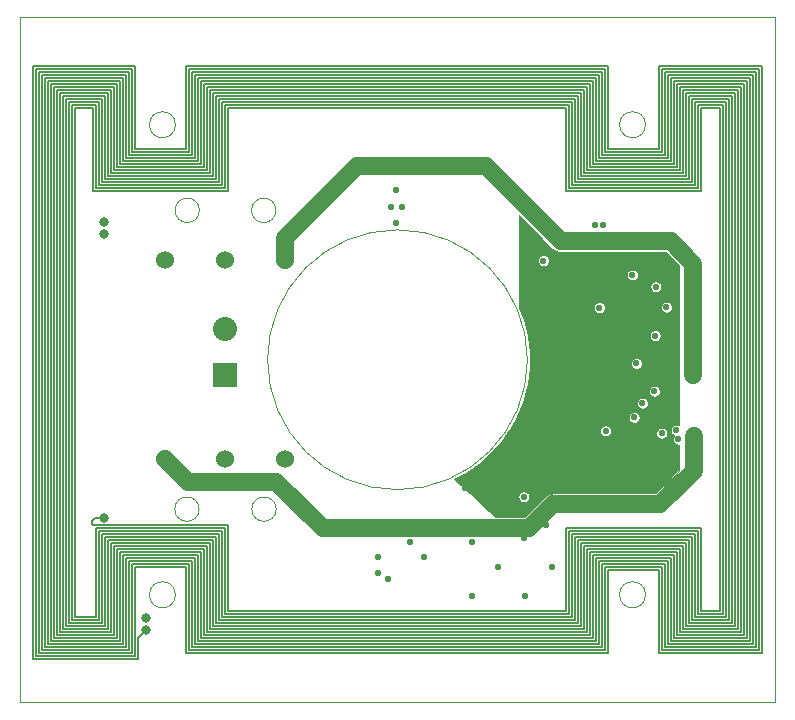
<source format=gbr>
%TF.GenerationSoftware,KiCad,Pcbnew,(5.1.4)-1*%
%TF.CreationDate,2019-10-25T20:54:23-07:00*%
%TF.ProjectId,solarpcd,736f6c61-7270-4636-942e-6b696361645f,rev?*%
%TF.SameCoordinates,Original*%
%TF.FileFunction,Copper,L4,Inr*%
%TF.FilePolarity,Positive*%
%FSLAX46Y46*%
G04 Gerber Fmt 4.6, Leading zero omitted, Abs format (unit mm)*
G04 Created by KiCad (PCBNEW (5.1.4)-1) date 2019-10-25 20:54:23*
%MOMM*%
%LPD*%
G04 APERTURE LIST*
%ADD10C,0.050000*%
%ADD11C,0.120000*%
%ADD12C,0.100000*%
%ADD13C,1.524000*%
%ADD14C,2.032000*%
%ADD15R,2.032000X2.032000*%
%ADD16C,0.584200*%
%ADD17C,0.800000*%
%ADD18C,1.524000*%
%ADD19C,0.127000*%
%ADD20C,0.088900*%
G04 APERTURE END LIST*
D10*
X156000000Y-99000000D02*
G75*
G03X156000000Y-99000000I-11000000J0D01*
G01*
X134727563Y-111650000D02*
G75*
G03X134727563Y-111650000I-1029563J0D01*
G01*
X128202563Y-111650000D02*
G75*
G03X128202563Y-111650000I-1029563J0D01*
G01*
X134704563Y-86350000D02*
G75*
G03X134704563Y-86350000I-1029563J0D01*
G01*
X128229563Y-86350000D02*
G75*
G03X128229563Y-86350000I-1029563J0D01*
G01*
X166000000Y-79100000D02*
G75*
G03X166000000Y-79100000I-1100000J0D01*
G01*
X126200000Y-79100000D02*
G75*
G03X126200000Y-79100000I-1100000J0D01*
G01*
X166000000Y-118900000D02*
G75*
G03X166000000Y-118900000I-1100000J0D01*
G01*
D11*
X126200000Y-118900000D02*
G75*
G03X126200000Y-118900000I-1100000J0D01*
G01*
D12*
X177000000Y-70000000D02*
X113000000Y-70000000D01*
X113000000Y-128000000D02*
X177000000Y-128000000D01*
X177000000Y-128000000D02*
X177000000Y-70000000D01*
X113000000Y-70000000D02*
X113000000Y-128000000D01*
D13*
X135509000Y-107442000D03*
X130429000Y-107442000D03*
X125349000Y-107442000D03*
X125349000Y-90551000D03*
X130429000Y-90551000D03*
X135509000Y-90551000D03*
D14*
X130429000Y-96398200D03*
D15*
X130429000Y-100253800D03*
D16*
X164934900Y-94604840D03*
X165541960Y-95211900D03*
X163512500Y-97091500D03*
X164272744Y-95204260D03*
X165517344Y-93934260D03*
X164272744Y-93934260D03*
X163507307Y-91983012D03*
X143383006Y-117094000D03*
X146018250Y-114458750D03*
X155796000Y-118966000D03*
X151296000Y-119038000D03*
X151296000Y-114466000D03*
X153543000Y-116586000D03*
X158115000Y-116586000D03*
X155702000Y-114109500D03*
X157543500Y-113030000D03*
X153860500Y-112966500D03*
X160274000Y-109855000D03*
X150749000Y-109855000D03*
X165227000Y-99314000D03*
X166878000Y-92837000D03*
X162623500Y-105029000D03*
X167376209Y-105218610D03*
X143383000Y-115697000D03*
X162088344Y-94594660D03*
X166751000Y-101663500D03*
X168592498Y-104965500D03*
X144208500Y-117601994D03*
X168783225Y-105728740D03*
X147256488Y-115697000D03*
X165735000Y-102679500D03*
X144907000Y-84645500D03*
X170116500Y-105473500D03*
X169989500Y-100266500D03*
X165036500Y-103886000D03*
X144907000Y-87439500D03*
D17*
X120142000Y-112395000D03*
X123698000Y-120904000D03*
X120142000Y-88392000D03*
X123698000Y-121920000D03*
X120142000Y-87376000D03*
D16*
X145415000Y-86042500D03*
X144462500Y-86042500D03*
X162369500Y-87566500D03*
X161734500Y-87566500D03*
X167767000Y-94551500D03*
X166814500Y-96964500D03*
X157353000Y-90614500D03*
X164882344Y-91825156D03*
X155702016Y-110617000D03*
D18*
X134747000Y-109347000D02*
X138677649Y-113277649D01*
X125349000Y-107442000D02*
X127254000Y-109347000D01*
X127254000Y-109347000D02*
X134747000Y-109347000D01*
X170116500Y-108394500D02*
X170116500Y-105886591D01*
X170116500Y-105886591D02*
X170116500Y-105473500D01*
X167259000Y-111252000D02*
X170116500Y-108394500D01*
X158178500Y-111252000D02*
X167259000Y-111252000D01*
X156152851Y-113277649D02*
X158178500Y-111252000D01*
X138677649Y-113277649D02*
X156152851Y-113277649D01*
X170053000Y-100203000D02*
X169989500Y-100266500D01*
X170053000Y-90868500D02*
X170053000Y-100203000D01*
X135509000Y-90551000D02*
X135509000Y-88709500D01*
X135509000Y-88709500D02*
X141605000Y-82613500D01*
X152463500Y-82613500D02*
X158813500Y-88963500D01*
X141605000Y-82613500D02*
X152463500Y-82613500D01*
X158813500Y-88963500D02*
X168148000Y-88963500D01*
X168148000Y-88963500D02*
X170053000Y-90868500D01*
D19*
X114173000Y-74168000D02*
X114173000Y-124333000D01*
X122809000Y-74168000D02*
X114173000Y-74168000D01*
X122809000Y-81153000D02*
X122809000Y-74168000D01*
X167132000Y-123825000D02*
X175895000Y-123825000D01*
X167132000Y-116840000D02*
X167132000Y-123825000D01*
X162814000Y-123825000D02*
X162814000Y-116840000D01*
X114427000Y-124079000D02*
X122809000Y-124079000D01*
X114427000Y-74422000D02*
X114427000Y-124079000D01*
X122555000Y-81407000D02*
X122555000Y-74422000D01*
X127381000Y-74422000D02*
X127381000Y-81407000D01*
X162560000Y-74422000D02*
X127381000Y-74422000D01*
X167386000Y-81407000D02*
X162560000Y-81407000D01*
X167386000Y-74422000D02*
X167386000Y-81407000D01*
X175641000Y-74422000D02*
X167386000Y-74422000D01*
X162560000Y-116586000D02*
X167386000Y-116586000D01*
X127381000Y-123571000D02*
X162560000Y-123571000D01*
X175895000Y-123825000D02*
X175895000Y-74168000D01*
X122555000Y-116332000D02*
X127381000Y-116332000D01*
X122555000Y-123825000D02*
X122555000Y-116332000D01*
X114681000Y-123825000D02*
X122555000Y-123825000D01*
X114681000Y-74676000D02*
X114681000Y-123825000D01*
X122301000Y-81661000D02*
X122301000Y-74676000D01*
X127635000Y-81661000D02*
X122301000Y-81661000D01*
X167132000Y-74168000D02*
X167132000Y-81153000D01*
X167640000Y-81661000D02*
X162306000Y-81661000D01*
X175387000Y-74676000D02*
X167640000Y-74676000D01*
X167640000Y-123317000D02*
X175387000Y-123317000D01*
X167640000Y-116332000D02*
X167640000Y-123317000D01*
X162306000Y-123317000D02*
X162306000Y-116332000D01*
X122301000Y-116078000D02*
X127635000Y-116078000D01*
X122301000Y-123571000D02*
X122301000Y-116078000D01*
X114935000Y-123571000D02*
X122301000Y-123571000D01*
X114935000Y-74930000D02*
X114935000Y-123571000D01*
X162814000Y-116840000D02*
X167132000Y-116840000D01*
X122047000Y-74930000D02*
X114935000Y-74930000D01*
X127889000Y-81915000D02*
X122047000Y-81915000D01*
X127889000Y-74930000D02*
X127889000Y-81915000D01*
X162306000Y-74676000D02*
X127635000Y-74676000D01*
X167894000Y-81915000D02*
X162052000Y-81915000D01*
X167894000Y-74930000D02*
X167894000Y-81915000D01*
X175133000Y-74930000D02*
X167894000Y-74930000D01*
X162052000Y-81915000D02*
X162052000Y-74930000D01*
X167894000Y-116078000D02*
X167894000Y-123063000D01*
X162052000Y-123063000D02*
X162052000Y-116078000D01*
X127889000Y-123063000D02*
X162052000Y-123063000D01*
X127889000Y-115824000D02*
X127889000Y-123063000D01*
X162052000Y-74930000D02*
X127889000Y-74930000D01*
X122047000Y-123317000D02*
X122047000Y-115824000D01*
X115189000Y-123317000D02*
X122047000Y-123317000D01*
X115189000Y-75184000D02*
X115189000Y-123317000D01*
X167132000Y-81153000D02*
X162814000Y-81153000D01*
X167894000Y-123063000D02*
X175133000Y-123063000D01*
X121793000Y-82169000D02*
X121793000Y-75184000D01*
X128143000Y-82169000D02*
X121793000Y-82169000D01*
X128143000Y-75184000D02*
X128143000Y-82169000D01*
X161798000Y-75184000D02*
X128143000Y-75184000D01*
X161798000Y-82169000D02*
X161798000Y-75184000D01*
X168148000Y-82169000D02*
X161798000Y-82169000D01*
X174879000Y-75184000D02*
X168148000Y-75184000D01*
X167386000Y-116586000D02*
X167386000Y-123571000D01*
X174879000Y-122809000D02*
X174879000Y-75184000D01*
X168148000Y-122809000D02*
X174879000Y-122809000D01*
X168148000Y-115824000D02*
X168148000Y-122809000D01*
X161798000Y-115824000D02*
X168148000Y-115824000D01*
X162306000Y-116332000D02*
X167640000Y-116332000D01*
X128143000Y-122809000D02*
X161798000Y-122809000D01*
X128143000Y-115570000D02*
X128143000Y-122809000D01*
X162560000Y-81407000D02*
X162560000Y-74422000D01*
X121793000Y-115570000D02*
X128143000Y-115570000D01*
X115443000Y-123063000D02*
X121793000Y-123063000D01*
X115443000Y-75438000D02*
X115443000Y-123063000D01*
X122809000Y-116586000D02*
X127127000Y-116586000D01*
X121539000Y-75438000D02*
X115443000Y-75438000D01*
X121539000Y-82423000D02*
X121539000Y-75438000D01*
X128397000Y-75438000D02*
X128397000Y-82423000D01*
X114173000Y-124333000D02*
X123063000Y-124333000D01*
X168402000Y-75438000D02*
X168402000Y-82423000D01*
X127635000Y-74676000D02*
X127635000Y-81661000D01*
X170434000Y-84455000D02*
X159512000Y-84455000D01*
X174625000Y-75438000D02*
X168402000Y-75438000D01*
X168402000Y-115570000D02*
X168402000Y-122555000D01*
X127127000Y-116586000D02*
X127127000Y-123825000D01*
X115697000Y-75692000D02*
X115697000Y-122809000D01*
X117729000Y-120777000D02*
X119507000Y-120777000D01*
X121285000Y-82677000D02*
X121285000Y-75692000D01*
X128651000Y-82677000D02*
X121285000Y-82677000D01*
X175133000Y-123063000D02*
X175133000Y-74930000D01*
X161290000Y-75692000D02*
X128651000Y-75692000D01*
X162052000Y-116078000D02*
X167894000Y-116078000D01*
X168656000Y-75692000D02*
X168656000Y-82677000D01*
X174371000Y-75692000D02*
X168656000Y-75692000D01*
X121539000Y-122809000D02*
X121539000Y-115316000D01*
X174371000Y-122301000D02*
X174371000Y-75692000D01*
X174117000Y-75946000D02*
X168910000Y-75946000D01*
X168656000Y-115316000D02*
X168656000Y-122301000D01*
X172339000Y-120269000D02*
X172339000Y-77724000D01*
X128651000Y-115062000D02*
X128651000Y-122301000D01*
X121285000Y-115062000D02*
X128651000Y-115062000D01*
X121031000Y-114808000D02*
X128905000Y-114808000D01*
X121285000Y-122555000D02*
X121285000Y-115062000D01*
X169164000Y-114808000D02*
X169164000Y-121793000D01*
X115951000Y-122555000D02*
X121285000Y-122555000D01*
X175895000Y-74168000D02*
X167132000Y-74168000D01*
X115951000Y-75946000D02*
X115951000Y-122555000D01*
X121031000Y-82931000D02*
X121031000Y-75946000D01*
X161290000Y-115316000D02*
X168656000Y-115316000D01*
X161544000Y-82423000D02*
X161544000Y-75438000D01*
X120015000Y-76962000D02*
X116967000Y-76962000D01*
X128905000Y-75946000D02*
X128905000Y-82931000D01*
X168910000Y-75946000D02*
X168910000Y-82931000D01*
X168402000Y-122555000D02*
X174625000Y-122555000D01*
X160528000Y-76454000D02*
X129413000Y-76454000D01*
X168656000Y-122301000D02*
X174371000Y-122301000D01*
X115697000Y-122809000D02*
X121539000Y-122809000D01*
X168910000Y-122047000D02*
X174117000Y-122047000D01*
X168910000Y-115062000D02*
X168910000Y-122047000D01*
X127127000Y-74168000D02*
X127127000Y-81153000D01*
X168656000Y-82677000D02*
X161290000Y-82677000D01*
X161036000Y-122047000D02*
X161036000Y-115062000D01*
X128905000Y-114808000D02*
X128905000Y-122047000D01*
X128397000Y-122555000D02*
X161544000Y-122555000D01*
X121031000Y-122301000D02*
X121031000Y-114808000D01*
X129159000Y-83185000D02*
X120777000Y-83185000D01*
X129667000Y-114046000D02*
X129667000Y-121285000D01*
X129159000Y-76200000D02*
X129159000Y-83185000D01*
X169164000Y-76200000D02*
X169164000Y-83185000D01*
X119761000Y-77216000D02*
X117221000Y-77216000D01*
X169672000Y-121285000D02*
X173355000Y-121285000D01*
X173863000Y-76200000D02*
X169164000Y-76200000D01*
X170180000Y-77216000D02*
X170180000Y-84201000D01*
X160782000Y-121793000D02*
X160782000Y-114808000D01*
X129159000Y-121793000D02*
X160782000Y-121793000D01*
X175641000Y-123571000D02*
X175641000Y-74422000D01*
X119253000Y-84709000D02*
X119253000Y-77724000D01*
X129159000Y-114554000D02*
X129159000Y-121793000D01*
X120777000Y-114554000D02*
X129159000Y-114554000D01*
X116459000Y-122047000D02*
X120777000Y-122047000D01*
X122047000Y-81915000D02*
X122047000Y-74930000D01*
X169926000Y-76962000D02*
X169926000Y-83947000D01*
X160020000Y-83947000D02*
X160020000Y-76962000D01*
X116459000Y-76454000D02*
X116459000Y-122047000D01*
X168910000Y-82931000D02*
X161036000Y-82931000D01*
X122301000Y-74676000D02*
X114681000Y-74676000D01*
X120523000Y-76454000D02*
X116459000Y-76454000D01*
X169418000Y-114554000D02*
X169418000Y-121539000D01*
X121539000Y-115316000D02*
X128397000Y-115316000D01*
X120523000Y-83439000D02*
X120523000Y-76454000D01*
X120015000Y-113792000D02*
X129921000Y-113792000D01*
X129413000Y-76454000D02*
X129413000Y-83439000D01*
X160528000Y-83439000D02*
X160528000Y-76454000D01*
X160528000Y-114554000D02*
X169418000Y-114554000D01*
X169418000Y-76454000D02*
X169418000Y-83439000D01*
X119761000Y-121031000D02*
X119761000Y-113538000D01*
X173609000Y-121539000D02*
X173609000Y-76454000D01*
X160528000Y-121539000D02*
X160528000Y-114554000D01*
X130683000Y-120269000D02*
X159258000Y-120269000D01*
X160782000Y-83185000D02*
X160782000Y-76200000D01*
X129413000Y-121539000D02*
X160528000Y-121539000D01*
X169418000Y-121539000D02*
X173609000Y-121539000D01*
X127381000Y-81407000D02*
X122555000Y-81407000D01*
X169672000Y-76708000D02*
X169672000Y-83693000D01*
X120523000Y-114300000D02*
X129413000Y-114300000D01*
X116713000Y-121793000D02*
X120523000Y-121793000D01*
X120269000Y-76708000D02*
X116713000Y-76708000D01*
X120269000Y-83693000D02*
X120269000Y-76708000D01*
X129667000Y-83693000D02*
X120269000Y-83693000D01*
X173355000Y-76708000D02*
X169672000Y-76708000D01*
X174625000Y-122555000D02*
X174625000Y-75438000D01*
X120015000Y-121285000D02*
X120015000Y-113792000D01*
X173355000Y-121285000D02*
X173355000Y-76708000D01*
X173863000Y-121793000D02*
X173863000Y-76200000D01*
X129921000Y-83947000D02*
X120015000Y-83947000D01*
X130175000Y-77216000D02*
X130175000Y-84201000D01*
X169926000Y-114046000D02*
X169926000Y-121031000D01*
X160274000Y-114300000D02*
X169672000Y-114300000D01*
X120523000Y-121793000D02*
X120523000Y-114300000D01*
X160274000Y-121285000D02*
X160274000Y-114300000D01*
X161798000Y-122809000D02*
X161798000Y-115824000D01*
X119507000Y-113284000D02*
X130429000Y-113284000D01*
X129667000Y-121285000D02*
X160274000Y-121285000D01*
X161036000Y-82931000D02*
X161036000Y-75946000D01*
X174117000Y-122047000D02*
X174117000Y-75946000D01*
X121793000Y-123063000D02*
X121793000Y-115570000D01*
X130429000Y-113284000D02*
X130429000Y-120523000D01*
X120269000Y-121539000D02*
X120269000Y-114046000D01*
X116967000Y-76962000D02*
X116967000Y-121539000D01*
X168402000Y-82423000D02*
X161544000Y-82423000D01*
X129921000Y-76962000D02*
X129921000Y-83947000D01*
X160020000Y-76962000D02*
X129921000Y-76962000D01*
X162814000Y-81153000D02*
X162814000Y-74168000D01*
X167386000Y-123571000D02*
X175641000Y-123571000D01*
X170434000Y-113538000D02*
X170434000Y-120523000D01*
X159512000Y-113538000D02*
X170434000Y-113538000D01*
X173101000Y-76962000D02*
X169926000Y-76962000D01*
X120777000Y-76200000D02*
X116205000Y-76200000D01*
X129921000Y-121031000D02*
X160020000Y-121031000D01*
X170180000Y-113792000D02*
X170180000Y-120777000D01*
X117221000Y-121285000D02*
X120015000Y-121285000D01*
X120015000Y-83947000D02*
X120015000Y-76962000D01*
X170688000Y-113284000D02*
X170688000Y-120269000D01*
X161544000Y-122555000D02*
X161544000Y-115570000D01*
X161544000Y-115570000D02*
X168402000Y-115570000D01*
X128905000Y-82931000D02*
X121031000Y-82931000D01*
X117475000Y-77470000D02*
X117475000Y-121031000D01*
X127381000Y-116332000D02*
X127381000Y-123571000D01*
X161290000Y-82677000D02*
X161290000Y-75692000D01*
X161036000Y-115062000D02*
X168910000Y-115062000D01*
X128397000Y-82423000D02*
X121539000Y-82423000D01*
X117221000Y-77216000D02*
X117221000Y-121285000D01*
X169672000Y-114300000D02*
X169672000Y-121285000D01*
X120777000Y-83185000D02*
X120777000Y-76200000D01*
X167640000Y-74676000D02*
X167640000Y-81661000D01*
X159258000Y-120269000D02*
X159258000Y-113284000D01*
X129921000Y-113792000D02*
X129921000Y-121031000D01*
X173609000Y-76454000D02*
X169418000Y-76454000D01*
X169672000Y-83693000D02*
X160274000Y-83693000D01*
X116205000Y-122301000D02*
X121031000Y-122301000D01*
X116967000Y-121539000D02*
X120269000Y-121539000D01*
X172847000Y-120777000D02*
X172847000Y-77216000D01*
X117729000Y-77724000D02*
X117729000Y-120777000D01*
X159258000Y-113284000D02*
X170688000Y-113284000D01*
X160020000Y-114046000D02*
X169926000Y-114046000D01*
X170180000Y-120777000D02*
X172847000Y-120777000D01*
X127635000Y-116078000D02*
X127635000Y-123317000D01*
X159766000Y-113792000D02*
X170180000Y-113792000D01*
X169926000Y-121031000D02*
X173101000Y-121031000D01*
X160274000Y-76708000D02*
X129667000Y-76708000D01*
X169926000Y-83947000D02*
X160020000Y-83947000D01*
X159766000Y-120777000D02*
X159766000Y-113792000D01*
X170688000Y-120269000D02*
X172339000Y-120269000D01*
X127635000Y-123317000D02*
X162306000Y-123317000D01*
X172339000Y-77724000D02*
X170688000Y-77724000D01*
X130175000Y-120777000D02*
X159766000Y-120777000D01*
X128397000Y-115316000D02*
X128397000Y-122555000D01*
X162814000Y-74168000D02*
X127127000Y-74168000D01*
X122809000Y-124079000D02*
X122809000Y-116586000D01*
X119507000Y-77470000D02*
X117475000Y-77470000D01*
X129413000Y-114300000D02*
X129413000Y-121539000D01*
X119107001Y-112884001D02*
X119253000Y-113030000D01*
X119761000Y-113538000D02*
X130175000Y-113538000D01*
X160020000Y-121031000D02*
X160020000Y-114046000D01*
X117475000Y-121031000D02*
X119761000Y-121031000D01*
X169418000Y-83439000D02*
X160528000Y-83439000D01*
X130683000Y-77724000D02*
X130683000Y-84709000D01*
X161036000Y-75946000D02*
X128905000Y-75946000D01*
X159512000Y-84455000D02*
X159512000Y-77470000D01*
X130429000Y-77470000D02*
X130429000Y-84455000D01*
X119507000Y-84455000D02*
X119507000Y-77470000D01*
X172593000Y-77470000D02*
X170434000Y-77470000D01*
X170180000Y-84201000D02*
X159766000Y-84201000D01*
X161290000Y-122301000D02*
X161290000Y-115316000D01*
X172593000Y-120523000D02*
X172593000Y-77470000D01*
X128651000Y-75692000D02*
X128651000Y-82677000D01*
X116205000Y-76200000D02*
X116205000Y-122301000D01*
X172847000Y-77216000D02*
X170180000Y-77216000D01*
X128905000Y-122047000D02*
X161036000Y-122047000D01*
X159512000Y-120523000D02*
X159512000Y-113538000D01*
X130429000Y-120523000D02*
X159512000Y-120523000D01*
X119107001Y-112667999D02*
X119107001Y-112884001D01*
X159258000Y-77724000D02*
X130683000Y-77724000D01*
X170688000Y-84709000D02*
X159258000Y-84709000D01*
X119507000Y-120777000D02*
X119507000Y-113284000D01*
X170434000Y-77470000D02*
X170434000Y-84455000D01*
X162560000Y-123571000D02*
X162560000Y-116586000D01*
X128651000Y-122301000D02*
X161290000Y-122301000D01*
X127127000Y-123825000D02*
X162814000Y-123825000D01*
X160782000Y-114808000D02*
X169164000Y-114808000D01*
X119253000Y-77724000D02*
X117729000Y-77724000D01*
X130683000Y-84709000D02*
X119253000Y-84709000D01*
X129667000Y-76708000D02*
X129667000Y-83693000D01*
X159766000Y-77216000D02*
X130175000Y-77216000D01*
X170434000Y-120523000D02*
X172593000Y-120523000D01*
X169164000Y-83185000D02*
X160782000Y-83185000D01*
X122047000Y-115824000D02*
X127889000Y-115824000D01*
X159258000Y-84709000D02*
X159258000Y-77724000D01*
X173101000Y-121031000D02*
X173101000Y-76962000D01*
X159766000Y-84201000D02*
X159766000Y-77216000D01*
X162306000Y-81661000D02*
X162306000Y-74676000D01*
X160274000Y-83693000D02*
X160274000Y-76708000D01*
X170688000Y-77724000D02*
X170688000Y-84709000D01*
X130175000Y-84201000D02*
X119761000Y-84201000D01*
X119761000Y-84201000D02*
X119761000Y-77216000D01*
X127127000Y-81153000D02*
X122809000Y-81153000D01*
X130429000Y-84455000D02*
X119507000Y-84455000D01*
X168148000Y-75184000D02*
X168148000Y-82169000D01*
X160782000Y-76200000D02*
X129159000Y-76200000D01*
X121793000Y-75184000D02*
X115189000Y-75184000D01*
X130175000Y-113538000D02*
X130175000Y-120777000D01*
X161544000Y-75438000D02*
X128397000Y-75438000D01*
X129413000Y-83439000D02*
X120523000Y-83439000D01*
X121285000Y-75692000D02*
X115697000Y-75692000D01*
X130683000Y-113030000D02*
X130683000Y-120269000D01*
X119253000Y-113030000D02*
X130683000Y-113030000D01*
X121031000Y-75946000D02*
X115951000Y-75946000D01*
X159512000Y-77470000D02*
X130429000Y-77470000D01*
X169164000Y-121793000D02*
X173863000Y-121793000D01*
X120777000Y-122047000D02*
X120777000Y-114554000D01*
X122555000Y-74422000D02*
X114427000Y-74422000D01*
X175387000Y-123317000D02*
X175387000Y-74676000D01*
X116713000Y-76708000D02*
X116713000Y-121793000D01*
X120269000Y-114046000D02*
X129667000Y-114046000D01*
X119380000Y-112395000D02*
X120142000Y-112395000D01*
X119107001Y-112667999D02*
X119380000Y-112395000D01*
X123063000Y-122555000D02*
X123698000Y-121920000D01*
X123063000Y-124333000D02*
X123063000Y-122555000D01*
D20*
G36*
X158121032Y-89591130D02*
G01*
X158150258Y-89626742D01*
X158292394Y-89743390D01*
X158454556Y-89830068D01*
X158577136Y-89867252D01*
X158630511Y-89883443D01*
X158648698Y-89885234D01*
X158767649Y-89896950D01*
X158767656Y-89896950D01*
X158813499Y-89901465D01*
X158859342Y-89896950D01*
X167761353Y-89896950D01*
X168802050Y-90937648D01*
X168802050Y-104550556D01*
X168727711Y-104519764D01*
X168638154Y-104501950D01*
X168546842Y-104501950D01*
X168457285Y-104519764D01*
X168372925Y-104554707D01*
X168297002Y-104605437D01*
X168232435Y-104670004D01*
X168181705Y-104745927D01*
X168146762Y-104830287D01*
X168128948Y-104919844D01*
X168128948Y-105011156D01*
X168146762Y-105100713D01*
X168181705Y-105185073D01*
X168232435Y-105260996D01*
X168297002Y-105325563D01*
X168372925Y-105376293D01*
X168448718Y-105407688D01*
X168423162Y-105433244D01*
X168372432Y-105509167D01*
X168337489Y-105593527D01*
X168319675Y-105683084D01*
X168319675Y-105774396D01*
X168337489Y-105863953D01*
X168372432Y-105948313D01*
X168423162Y-106024236D01*
X168487729Y-106088803D01*
X168563652Y-106139533D01*
X168648012Y-106174476D01*
X168737569Y-106192290D01*
X168802050Y-106192290D01*
X168802050Y-108388852D01*
X166872353Y-110318550D01*
X158224340Y-110318550D01*
X158178499Y-110314035D01*
X158132658Y-110318550D01*
X158132649Y-110318550D01*
X157995512Y-110332057D01*
X157819556Y-110385432D01*
X157657394Y-110472110D01*
X157515258Y-110588758D01*
X157486032Y-110624370D01*
X155766204Y-112344199D01*
X153236509Y-112344199D01*
X151365163Y-110571344D01*
X155238466Y-110571344D01*
X155238466Y-110662656D01*
X155256280Y-110752213D01*
X155291223Y-110836573D01*
X155341953Y-110912496D01*
X155406520Y-110977063D01*
X155482443Y-111027793D01*
X155566803Y-111062736D01*
X155656360Y-111080550D01*
X155747672Y-111080550D01*
X155837229Y-111062736D01*
X155921589Y-111027793D01*
X155997512Y-110977063D01*
X156062079Y-110912496D01*
X156112809Y-110836573D01*
X156147752Y-110752213D01*
X156165566Y-110662656D01*
X156165566Y-110571344D01*
X156147752Y-110481787D01*
X156112809Y-110397427D01*
X156062079Y-110321504D01*
X155997512Y-110256937D01*
X155921589Y-110206207D01*
X155837229Y-110171264D01*
X155747672Y-110153450D01*
X155656360Y-110153450D01*
X155566803Y-110171264D01*
X155482443Y-110206207D01*
X155406520Y-110256937D01*
X155341953Y-110321504D01*
X155291223Y-110397427D01*
X155256280Y-110481787D01*
X155238466Y-110571344D01*
X151365163Y-110571344D01*
X149824809Y-109112062D01*
X150802694Y-108598828D01*
X151917396Y-107829404D01*
X152931228Y-106931228D01*
X153829404Y-105917396D01*
X154474134Y-104983344D01*
X162159950Y-104983344D01*
X162159950Y-105074656D01*
X162177764Y-105164213D01*
X162212707Y-105248573D01*
X162263437Y-105324496D01*
X162328004Y-105389063D01*
X162403927Y-105439793D01*
X162488287Y-105474736D01*
X162577844Y-105492550D01*
X162669156Y-105492550D01*
X162758713Y-105474736D01*
X162843073Y-105439793D01*
X162918996Y-105389063D01*
X162983563Y-105324496D01*
X163034293Y-105248573D01*
X163065615Y-105172954D01*
X166912659Y-105172954D01*
X166912659Y-105264266D01*
X166930473Y-105353823D01*
X166965416Y-105438183D01*
X167016146Y-105514106D01*
X167080713Y-105578673D01*
X167156636Y-105629403D01*
X167240996Y-105664346D01*
X167330553Y-105682160D01*
X167421865Y-105682160D01*
X167511422Y-105664346D01*
X167595782Y-105629403D01*
X167671705Y-105578673D01*
X167736272Y-105514106D01*
X167787002Y-105438183D01*
X167821945Y-105353823D01*
X167839759Y-105264266D01*
X167839759Y-105172954D01*
X167821945Y-105083397D01*
X167787002Y-104999037D01*
X167736272Y-104923114D01*
X167671705Y-104858547D01*
X167595782Y-104807817D01*
X167511422Y-104772874D01*
X167421865Y-104755060D01*
X167330553Y-104755060D01*
X167240996Y-104772874D01*
X167156636Y-104807817D01*
X167080713Y-104858547D01*
X167016146Y-104923114D01*
X166965416Y-104999037D01*
X166930473Y-105083397D01*
X166912659Y-105172954D01*
X163065615Y-105172954D01*
X163069236Y-105164213D01*
X163087050Y-105074656D01*
X163087050Y-104983344D01*
X163069236Y-104893787D01*
X163034293Y-104809427D01*
X162983563Y-104733504D01*
X162918996Y-104668937D01*
X162843073Y-104618207D01*
X162758713Y-104583264D01*
X162669156Y-104565450D01*
X162577844Y-104565450D01*
X162488287Y-104583264D01*
X162403927Y-104618207D01*
X162328004Y-104668937D01*
X162263437Y-104733504D01*
X162212707Y-104809427D01*
X162177764Y-104893787D01*
X162159950Y-104983344D01*
X154474134Y-104983344D01*
X154598828Y-104802694D01*
X155103908Y-103840344D01*
X164572950Y-103840344D01*
X164572950Y-103931656D01*
X164590764Y-104021213D01*
X164625707Y-104105573D01*
X164676437Y-104181496D01*
X164741004Y-104246063D01*
X164816927Y-104296793D01*
X164901287Y-104331736D01*
X164990844Y-104349550D01*
X165082156Y-104349550D01*
X165171713Y-104331736D01*
X165256073Y-104296793D01*
X165331996Y-104246063D01*
X165396563Y-104181496D01*
X165447293Y-104105573D01*
X165482236Y-104021213D01*
X165500050Y-103931656D01*
X165500050Y-103840344D01*
X165482236Y-103750787D01*
X165447293Y-103666427D01*
X165396563Y-103590504D01*
X165331996Y-103525937D01*
X165256073Y-103475207D01*
X165171713Y-103440264D01*
X165082156Y-103422450D01*
X164990844Y-103422450D01*
X164901287Y-103440264D01*
X164816927Y-103475207D01*
X164741004Y-103525937D01*
X164676437Y-103590504D01*
X164625707Y-103666427D01*
X164590764Y-103750787D01*
X164572950Y-103840344D01*
X155103908Y-103840344D01*
X155228279Y-103603375D01*
X155595973Y-102633844D01*
X165271450Y-102633844D01*
X165271450Y-102725156D01*
X165289264Y-102814713D01*
X165324207Y-102899073D01*
X165374937Y-102974996D01*
X165439504Y-103039563D01*
X165515427Y-103090293D01*
X165599787Y-103125236D01*
X165689344Y-103143050D01*
X165780656Y-103143050D01*
X165870213Y-103125236D01*
X165954573Y-103090293D01*
X166030496Y-103039563D01*
X166095063Y-102974996D01*
X166145793Y-102899073D01*
X166180736Y-102814713D01*
X166198550Y-102725156D01*
X166198550Y-102633844D01*
X166180736Y-102544287D01*
X166145793Y-102459927D01*
X166095063Y-102384004D01*
X166030496Y-102319437D01*
X165954573Y-102268707D01*
X165870213Y-102233764D01*
X165780656Y-102215950D01*
X165689344Y-102215950D01*
X165599787Y-102233764D01*
X165515427Y-102268707D01*
X165439504Y-102319437D01*
X165374937Y-102384004D01*
X165324207Y-102459927D01*
X165289264Y-102544287D01*
X165271450Y-102633844D01*
X155595973Y-102633844D01*
X155708579Y-102336928D01*
X155885817Y-101617844D01*
X166287450Y-101617844D01*
X166287450Y-101709156D01*
X166305264Y-101798713D01*
X166340207Y-101883073D01*
X166390937Y-101958996D01*
X166455504Y-102023563D01*
X166531427Y-102074293D01*
X166615787Y-102109236D01*
X166705344Y-102127050D01*
X166796656Y-102127050D01*
X166886213Y-102109236D01*
X166970573Y-102074293D01*
X167046496Y-102023563D01*
X167111063Y-101958996D01*
X167161793Y-101883073D01*
X167196736Y-101798713D01*
X167214550Y-101709156D01*
X167214550Y-101617844D01*
X167196736Y-101528287D01*
X167161793Y-101443927D01*
X167111063Y-101368004D01*
X167046496Y-101303437D01*
X166970573Y-101252707D01*
X166886213Y-101217764D01*
X166796656Y-101199950D01*
X166705344Y-101199950D01*
X166615787Y-101217764D01*
X166531427Y-101252707D01*
X166455504Y-101303437D01*
X166390937Y-101368004D01*
X166340207Y-101443927D01*
X166305264Y-101528287D01*
X166287450Y-101617844D01*
X155885817Y-101617844D01*
X156032724Y-101021822D01*
X156195986Y-99677232D01*
X156195986Y-99268344D01*
X164763450Y-99268344D01*
X164763450Y-99359656D01*
X164781264Y-99449213D01*
X164816207Y-99533573D01*
X164866937Y-99609496D01*
X164931504Y-99674063D01*
X165007427Y-99724793D01*
X165091787Y-99759736D01*
X165181344Y-99777550D01*
X165272656Y-99777550D01*
X165362213Y-99759736D01*
X165446573Y-99724793D01*
X165522496Y-99674063D01*
X165587063Y-99609496D01*
X165637793Y-99533573D01*
X165672736Y-99449213D01*
X165690550Y-99359656D01*
X165690550Y-99268344D01*
X165672736Y-99178787D01*
X165637793Y-99094427D01*
X165587063Y-99018504D01*
X165522496Y-98953937D01*
X165446573Y-98903207D01*
X165362213Y-98868264D01*
X165272656Y-98850450D01*
X165181344Y-98850450D01*
X165091787Y-98868264D01*
X165007427Y-98903207D01*
X164931504Y-98953937D01*
X164866937Y-99018504D01*
X164816207Y-99094427D01*
X164781264Y-99178787D01*
X164763450Y-99268344D01*
X156195986Y-99268344D01*
X156195986Y-98322768D01*
X156032724Y-96978178D01*
X156018100Y-96918844D01*
X166350950Y-96918844D01*
X166350950Y-97010156D01*
X166368764Y-97099713D01*
X166403707Y-97184073D01*
X166454437Y-97259996D01*
X166519004Y-97324563D01*
X166594927Y-97375293D01*
X166679287Y-97410236D01*
X166768844Y-97428050D01*
X166860156Y-97428050D01*
X166949713Y-97410236D01*
X167034073Y-97375293D01*
X167109996Y-97324563D01*
X167174563Y-97259996D01*
X167225293Y-97184073D01*
X167260236Y-97099713D01*
X167278050Y-97010156D01*
X167278050Y-96918844D01*
X167260236Y-96829287D01*
X167225293Y-96744927D01*
X167174563Y-96669004D01*
X167109996Y-96604437D01*
X167034073Y-96553707D01*
X166949713Y-96518764D01*
X166860156Y-96500950D01*
X166768844Y-96500950D01*
X166679287Y-96518764D01*
X166594927Y-96553707D01*
X166519004Y-96604437D01*
X166454437Y-96669004D01*
X166403707Y-96744927D01*
X166368764Y-96829287D01*
X166350950Y-96918844D01*
X156018100Y-96918844D01*
X155708579Y-95663072D01*
X155301950Y-94590879D01*
X155301950Y-94549004D01*
X161624794Y-94549004D01*
X161624794Y-94640316D01*
X161642608Y-94729873D01*
X161677551Y-94814233D01*
X161728281Y-94890156D01*
X161792848Y-94954723D01*
X161868771Y-95005453D01*
X161953131Y-95040396D01*
X162042688Y-95058210D01*
X162134000Y-95058210D01*
X162223557Y-95040396D01*
X162307917Y-95005453D01*
X162383840Y-94954723D01*
X162448407Y-94890156D01*
X162499137Y-94814233D01*
X162534080Y-94729873D01*
X162551894Y-94640316D01*
X162551894Y-94549004D01*
X162543309Y-94505844D01*
X167303450Y-94505844D01*
X167303450Y-94597156D01*
X167321264Y-94686713D01*
X167356207Y-94771073D01*
X167406937Y-94846996D01*
X167471504Y-94911563D01*
X167547427Y-94962293D01*
X167631787Y-94997236D01*
X167721344Y-95015050D01*
X167812656Y-95015050D01*
X167902213Y-94997236D01*
X167986573Y-94962293D01*
X168062496Y-94911563D01*
X168127063Y-94846996D01*
X168177793Y-94771073D01*
X168212736Y-94686713D01*
X168230550Y-94597156D01*
X168230550Y-94505844D01*
X168212736Y-94416287D01*
X168177793Y-94331927D01*
X168127063Y-94256004D01*
X168062496Y-94191437D01*
X167986573Y-94140707D01*
X167902213Y-94105764D01*
X167812656Y-94087950D01*
X167721344Y-94087950D01*
X167631787Y-94105764D01*
X167547427Y-94140707D01*
X167471504Y-94191437D01*
X167406937Y-94256004D01*
X167356207Y-94331927D01*
X167321264Y-94416287D01*
X167303450Y-94505844D01*
X162543309Y-94505844D01*
X162534080Y-94459447D01*
X162499137Y-94375087D01*
X162448407Y-94299164D01*
X162383840Y-94234597D01*
X162307917Y-94183867D01*
X162223557Y-94148924D01*
X162134000Y-94131110D01*
X162042688Y-94131110D01*
X161953131Y-94148924D01*
X161868771Y-94183867D01*
X161792848Y-94234597D01*
X161728281Y-94299164D01*
X161677551Y-94375087D01*
X161642608Y-94459447D01*
X161624794Y-94549004D01*
X155301950Y-94549004D01*
X155301950Y-92791344D01*
X166414450Y-92791344D01*
X166414450Y-92882656D01*
X166432264Y-92972213D01*
X166467207Y-93056573D01*
X166517937Y-93132496D01*
X166582504Y-93197063D01*
X166658427Y-93247793D01*
X166742787Y-93282736D01*
X166832344Y-93300550D01*
X166923656Y-93300550D01*
X167013213Y-93282736D01*
X167097573Y-93247793D01*
X167173496Y-93197063D01*
X167238063Y-93132496D01*
X167288793Y-93056573D01*
X167323736Y-92972213D01*
X167341550Y-92882656D01*
X167341550Y-92791344D01*
X167323736Y-92701787D01*
X167288793Y-92617427D01*
X167238063Y-92541504D01*
X167173496Y-92476937D01*
X167097573Y-92426207D01*
X167013213Y-92391264D01*
X166923656Y-92373450D01*
X166832344Y-92373450D01*
X166742787Y-92391264D01*
X166658427Y-92426207D01*
X166582504Y-92476937D01*
X166517937Y-92541504D01*
X166467207Y-92617427D01*
X166432264Y-92701787D01*
X166414450Y-92791344D01*
X155301950Y-92791344D01*
X155301950Y-91779500D01*
X164418794Y-91779500D01*
X164418794Y-91870812D01*
X164436608Y-91960369D01*
X164471551Y-92044729D01*
X164522281Y-92120652D01*
X164586848Y-92185219D01*
X164662771Y-92235949D01*
X164747131Y-92270892D01*
X164836688Y-92288706D01*
X164928000Y-92288706D01*
X165017557Y-92270892D01*
X165101917Y-92235949D01*
X165177840Y-92185219D01*
X165242407Y-92120652D01*
X165293137Y-92044729D01*
X165328080Y-91960369D01*
X165345894Y-91870812D01*
X165345894Y-91779500D01*
X165328080Y-91689943D01*
X165293137Y-91605583D01*
X165242407Y-91529660D01*
X165177840Y-91465093D01*
X165101917Y-91414363D01*
X165017557Y-91379420D01*
X164928000Y-91361606D01*
X164836688Y-91361606D01*
X164747131Y-91379420D01*
X164662771Y-91414363D01*
X164586848Y-91465093D01*
X164522281Y-91529660D01*
X164471551Y-91605583D01*
X164436608Y-91689943D01*
X164418794Y-91779500D01*
X155301950Y-91779500D01*
X155301950Y-90568844D01*
X156889450Y-90568844D01*
X156889450Y-90660156D01*
X156907264Y-90749713D01*
X156942207Y-90834073D01*
X156992937Y-90909996D01*
X157057504Y-90974563D01*
X157133427Y-91025293D01*
X157217787Y-91060236D01*
X157307344Y-91078050D01*
X157398656Y-91078050D01*
X157488213Y-91060236D01*
X157572573Y-91025293D01*
X157648496Y-90974563D01*
X157713063Y-90909996D01*
X157763793Y-90834073D01*
X157798736Y-90749713D01*
X157816550Y-90660156D01*
X157816550Y-90568844D01*
X157798736Y-90479287D01*
X157763793Y-90394927D01*
X157713063Y-90319004D01*
X157648496Y-90254437D01*
X157572573Y-90203707D01*
X157488213Y-90168764D01*
X157398656Y-90150950D01*
X157307344Y-90150950D01*
X157217787Y-90168764D01*
X157133427Y-90203707D01*
X157057504Y-90254437D01*
X156992937Y-90319004D01*
X156942207Y-90394927D01*
X156907264Y-90479287D01*
X156889450Y-90568844D01*
X155301950Y-90568844D01*
X155301950Y-86772048D01*
X158121032Y-89591130D01*
X158121032Y-89591130D01*
G37*
X158121032Y-89591130D02*
X158150258Y-89626742D01*
X158292394Y-89743390D01*
X158454556Y-89830068D01*
X158577136Y-89867252D01*
X158630511Y-89883443D01*
X158648698Y-89885234D01*
X158767649Y-89896950D01*
X158767656Y-89896950D01*
X158813499Y-89901465D01*
X158859342Y-89896950D01*
X167761353Y-89896950D01*
X168802050Y-90937648D01*
X168802050Y-104550556D01*
X168727711Y-104519764D01*
X168638154Y-104501950D01*
X168546842Y-104501950D01*
X168457285Y-104519764D01*
X168372925Y-104554707D01*
X168297002Y-104605437D01*
X168232435Y-104670004D01*
X168181705Y-104745927D01*
X168146762Y-104830287D01*
X168128948Y-104919844D01*
X168128948Y-105011156D01*
X168146762Y-105100713D01*
X168181705Y-105185073D01*
X168232435Y-105260996D01*
X168297002Y-105325563D01*
X168372925Y-105376293D01*
X168448718Y-105407688D01*
X168423162Y-105433244D01*
X168372432Y-105509167D01*
X168337489Y-105593527D01*
X168319675Y-105683084D01*
X168319675Y-105774396D01*
X168337489Y-105863953D01*
X168372432Y-105948313D01*
X168423162Y-106024236D01*
X168487729Y-106088803D01*
X168563652Y-106139533D01*
X168648012Y-106174476D01*
X168737569Y-106192290D01*
X168802050Y-106192290D01*
X168802050Y-108388852D01*
X166872353Y-110318550D01*
X158224340Y-110318550D01*
X158178499Y-110314035D01*
X158132658Y-110318550D01*
X158132649Y-110318550D01*
X157995512Y-110332057D01*
X157819556Y-110385432D01*
X157657394Y-110472110D01*
X157515258Y-110588758D01*
X157486032Y-110624370D01*
X155766204Y-112344199D01*
X153236509Y-112344199D01*
X151365163Y-110571344D01*
X155238466Y-110571344D01*
X155238466Y-110662656D01*
X155256280Y-110752213D01*
X155291223Y-110836573D01*
X155341953Y-110912496D01*
X155406520Y-110977063D01*
X155482443Y-111027793D01*
X155566803Y-111062736D01*
X155656360Y-111080550D01*
X155747672Y-111080550D01*
X155837229Y-111062736D01*
X155921589Y-111027793D01*
X155997512Y-110977063D01*
X156062079Y-110912496D01*
X156112809Y-110836573D01*
X156147752Y-110752213D01*
X156165566Y-110662656D01*
X156165566Y-110571344D01*
X156147752Y-110481787D01*
X156112809Y-110397427D01*
X156062079Y-110321504D01*
X155997512Y-110256937D01*
X155921589Y-110206207D01*
X155837229Y-110171264D01*
X155747672Y-110153450D01*
X155656360Y-110153450D01*
X155566803Y-110171264D01*
X155482443Y-110206207D01*
X155406520Y-110256937D01*
X155341953Y-110321504D01*
X155291223Y-110397427D01*
X155256280Y-110481787D01*
X155238466Y-110571344D01*
X151365163Y-110571344D01*
X149824809Y-109112062D01*
X150802694Y-108598828D01*
X151917396Y-107829404D01*
X152931228Y-106931228D01*
X153829404Y-105917396D01*
X154474134Y-104983344D01*
X162159950Y-104983344D01*
X162159950Y-105074656D01*
X162177764Y-105164213D01*
X162212707Y-105248573D01*
X162263437Y-105324496D01*
X162328004Y-105389063D01*
X162403927Y-105439793D01*
X162488287Y-105474736D01*
X162577844Y-105492550D01*
X162669156Y-105492550D01*
X162758713Y-105474736D01*
X162843073Y-105439793D01*
X162918996Y-105389063D01*
X162983563Y-105324496D01*
X163034293Y-105248573D01*
X163065615Y-105172954D01*
X166912659Y-105172954D01*
X166912659Y-105264266D01*
X166930473Y-105353823D01*
X166965416Y-105438183D01*
X167016146Y-105514106D01*
X167080713Y-105578673D01*
X167156636Y-105629403D01*
X167240996Y-105664346D01*
X167330553Y-105682160D01*
X167421865Y-105682160D01*
X167511422Y-105664346D01*
X167595782Y-105629403D01*
X167671705Y-105578673D01*
X167736272Y-105514106D01*
X167787002Y-105438183D01*
X167821945Y-105353823D01*
X167839759Y-105264266D01*
X167839759Y-105172954D01*
X167821945Y-105083397D01*
X167787002Y-104999037D01*
X167736272Y-104923114D01*
X167671705Y-104858547D01*
X167595782Y-104807817D01*
X167511422Y-104772874D01*
X167421865Y-104755060D01*
X167330553Y-104755060D01*
X167240996Y-104772874D01*
X167156636Y-104807817D01*
X167080713Y-104858547D01*
X167016146Y-104923114D01*
X166965416Y-104999037D01*
X166930473Y-105083397D01*
X166912659Y-105172954D01*
X163065615Y-105172954D01*
X163069236Y-105164213D01*
X163087050Y-105074656D01*
X163087050Y-104983344D01*
X163069236Y-104893787D01*
X163034293Y-104809427D01*
X162983563Y-104733504D01*
X162918996Y-104668937D01*
X162843073Y-104618207D01*
X162758713Y-104583264D01*
X162669156Y-104565450D01*
X162577844Y-104565450D01*
X162488287Y-104583264D01*
X162403927Y-104618207D01*
X162328004Y-104668937D01*
X162263437Y-104733504D01*
X162212707Y-104809427D01*
X162177764Y-104893787D01*
X162159950Y-104983344D01*
X154474134Y-104983344D01*
X154598828Y-104802694D01*
X155103908Y-103840344D01*
X164572950Y-103840344D01*
X164572950Y-103931656D01*
X164590764Y-104021213D01*
X164625707Y-104105573D01*
X164676437Y-104181496D01*
X164741004Y-104246063D01*
X164816927Y-104296793D01*
X164901287Y-104331736D01*
X164990844Y-104349550D01*
X165082156Y-104349550D01*
X165171713Y-104331736D01*
X165256073Y-104296793D01*
X165331996Y-104246063D01*
X165396563Y-104181496D01*
X165447293Y-104105573D01*
X165482236Y-104021213D01*
X165500050Y-103931656D01*
X165500050Y-103840344D01*
X165482236Y-103750787D01*
X165447293Y-103666427D01*
X165396563Y-103590504D01*
X165331996Y-103525937D01*
X165256073Y-103475207D01*
X165171713Y-103440264D01*
X165082156Y-103422450D01*
X164990844Y-103422450D01*
X164901287Y-103440264D01*
X164816927Y-103475207D01*
X164741004Y-103525937D01*
X164676437Y-103590504D01*
X164625707Y-103666427D01*
X164590764Y-103750787D01*
X164572950Y-103840344D01*
X155103908Y-103840344D01*
X155228279Y-103603375D01*
X155595973Y-102633844D01*
X165271450Y-102633844D01*
X165271450Y-102725156D01*
X165289264Y-102814713D01*
X165324207Y-102899073D01*
X165374937Y-102974996D01*
X165439504Y-103039563D01*
X165515427Y-103090293D01*
X165599787Y-103125236D01*
X165689344Y-103143050D01*
X165780656Y-103143050D01*
X165870213Y-103125236D01*
X165954573Y-103090293D01*
X166030496Y-103039563D01*
X166095063Y-102974996D01*
X166145793Y-102899073D01*
X166180736Y-102814713D01*
X166198550Y-102725156D01*
X166198550Y-102633844D01*
X166180736Y-102544287D01*
X166145793Y-102459927D01*
X166095063Y-102384004D01*
X166030496Y-102319437D01*
X165954573Y-102268707D01*
X165870213Y-102233764D01*
X165780656Y-102215950D01*
X165689344Y-102215950D01*
X165599787Y-102233764D01*
X165515427Y-102268707D01*
X165439504Y-102319437D01*
X165374937Y-102384004D01*
X165324207Y-102459927D01*
X165289264Y-102544287D01*
X165271450Y-102633844D01*
X155595973Y-102633844D01*
X155708579Y-102336928D01*
X155885817Y-101617844D01*
X166287450Y-101617844D01*
X166287450Y-101709156D01*
X166305264Y-101798713D01*
X166340207Y-101883073D01*
X166390937Y-101958996D01*
X166455504Y-102023563D01*
X166531427Y-102074293D01*
X166615787Y-102109236D01*
X166705344Y-102127050D01*
X166796656Y-102127050D01*
X166886213Y-102109236D01*
X166970573Y-102074293D01*
X167046496Y-102023563D01*
X167111063Y-101958996D01*
X167161793Y-101883073D01*
X167196736Y-101798713D01*
X167214550Y-101709156D01*
X167214550Y-101617844D01*
X167196736Y-101528287D01*
X167161793Y-101443927D01*
X167111063Y-101368004D01*
X167046496Y-101303437D01*
X166970573Y-101252707D01*
X166886213Y-101217764D01*
X166796656Y-101199950D01*
X166705344Y-101199950D01*
X166615787Y-101217764D01*
X166531427Y-101252707D01*
X166455504Y-101303437D01*
X166390937Y-101368004D01*
X166340207Y-101443927D01*
X166305264Y-101528287D01*
X166287450Y-101617844D01*
X155885817Y-101617844D01*
X156032724Y-101021822D01*
X156195986Y-99677232D01*
X156195986Y-99268344D01*
X164763450Y-99268344D01*
X164763450Y-99359656D01*
X164781264Y-99449213D01*
X164816207Y-99533573D01*
X164866937Y-99609496D01*
X164931504Y-99674063D01*
X165007427Y-99724793D01*
X165091787Y-99759736D01*
X165181344Y-99777550D01*
X165272656Y-99777550D01*
X165362213Y-99759736D01*
X165446573Y-99724793D01*
X165522496Y-99674063D01*
X165587063Y-99609496D01*
X165637793Y-99533573D01*
X165672736Y-99449213D01*
X165690550Y-99359656D01*
X165690550Y-99268344D01*
X165672736Y-99178787D01*
X165637793Y-99094427D01*
X165587063Y-99018504D01*
X165522496Y-98953937D01*
X165446573Y-98903207D01*
X165362213Y-98868264D01*
X165272656Y-98850450D01*
X165181344Y-98850450D01*
X165091787Y-98868264D01*
X165007427Y-98903207D01*
X164931504Y-98953937D01*
X164866937Y-99018504D01*
X164816207Y-99094427D01*
X164781264Y-99178787D01*
X164763450Y-99268344D01*
X156195986Y-99268344D01*
X156195986Y-98322768D01*
X156032724Y-96978178D01*
X156018100Y-96918844D01*
X166350950Y-96918844D01*
X166350950Y-97010156D01*
X166368764Y-97099713D01*
X166403707Y-97184073D01*
X166454437Y-97259996D01*
X166519004Y-97324563D01*
X166594927Y-97375293D01*
X166679287Y-97410236D01*
X166768844Y-97428050D01*
X166860156Y-97428050D01*
X166949713Y-97410236D01*
X167034073Y-97375293D01*
X167109996Y-97324563D01*
X167174563Y-97259996D01*
X167225293Y-97184073D01*
X167260236Y-97099713D01*
X167278050Y-97010156D01*
X167278050Y-96918844D01*
X167260236Y-96829287D01*
X167225293Y-96744927D01*
X167174563Y-96669004D01*
X167109996Y-96604437D01*
X167034073Y-96553707D01*
X166949713Y-96518764D01*
X166860156Y-96500950D01*
X166768844Y-96500950D01*
X166679287Y-96518764D01*
X166594927Y-96553707D01*
X166519004Y-96604437D01*
X166454437Y-96669004D01*
X166403707Y-96744927D01*
X166368764Y-96829287D01*
X166350950Y-96918844D01*
X156018100Y-96918844D01*
X155708579Y-95663072D01*
X155301950Y-94590879D01*
X155301950Y-94549004D01*
X161624794Y-94549004D01*
X161624794Y-94640316D01*
X161642608Y-94729873D01*
X161677551Y-94814233D01*
X161728281Y-94890156D01*
X161792848Y-94954723D01*
X161868771Y-95005453D01*
X161953131Y-95040396D01*
X162042688Y-95058210D01*
X162134000Y-95058210D01*
X162223557Y-95040396D01*
X162307917Y-95005453D01*
X162383840Y-94954723D01*
X162448407Y-94890156D01*
X162499137Y-94814233D01*
X162534080Y-94729873D01*
X162551894Y-94640316D01*
X162551894Y-94549004D01*
X162543309Y-94505844D01*
X167303450Y-94505844D01*
X167303450Y-94597156D01*
X167321264Y-94686713D01*
X167356207Y-94771073D01*
X167406937Y-94846996D01*
X167471504Y-94911563D01*
X167547427Y-94962293D01*
X167631787Y-94997236D01*
X167721344Y-95015050D01*
X167812656Y-95015050D01*
X167902213Y-94997236D01*
X167986573Y-94962293D01*
X168062496Y-94911563D01*
X168127063Y-94846996D01*
X168177793Y-94771073D01*
X168212736Y-94686713D01*
X168230550Y-94597156D01*
X168230550Y-94505844D01*
X168212736Y-94416287D01*
X168177793Y-94331927D01*
X168127063Y-94256004D01*
X168062496Y-94191437D01*
X167986573Y-94140707D01*
X167902213Y-94105764D01*
X167812656Y-94087950D01*
X167721344Y-94087950D01*
X167631787Y-94105764D01*
X167547427Y-94140707D01*
X167471504Y-94191437D01*
X167406937Y-94256004D01*
X167356207Y-94331927D01*
X167321264Y-94416287D01*
X167303450Y-94505844D01*
X162543309Y-94505844D01*
X162534080Y-94459447D01*
X162499137Y-94375087D01*
X162448407Y-94299164D01*
X162383840Y-94234597D01*
X162307917Y-94183867D01*
X162223557Y-94148924D01*
X162134000Y-94131110D01*
X162042688Y-94131110D01*
X161953131Y-94148924D01*
X161868771Y-94183867D01*
X161792848Y-94234597D01*
X161728281Y-94299164D01*
X161677551Y-94375087D01*
X161642608Y-94459447D01*
X161624794Y-94549004D01*
X155301950Y-94549004D01*
X155301950Y-92791344D01*
X166414450Y-92791344D01*
X166414450Y-92882656D01*
X166432264Y-92972213D01*
X166467207Y-93056573D01*
X166517937Y-93132496D01*
X166582504Y-93197063D01*
X166658427Y-93247793D01*
X166742787Y-93282736D01*
X166832344Y-93300550D01*
X166923656Y-93300550D01*
X167013213Y-93282736D01*
X167097573Y-93247793D01*
X167173496Y-93197063D01*
X167238063Y-93132496D01*
X167288793Y-93056573D01*
X167323736Y-92972213D01*
X167341550Y-92882656D01*
X167341550Y-92791344D01*
X167323736Y-92701787D01*
X167288793Y-92617427D01*
X167238063Y-92541504D01*
X167173496Y-92476937D01*
X167097573Y-92426207D01*
X167013213Y-92391264D01*
X166923656Y-92373450D01*
X166832344Y-92373450D01*
X166742787Y-92391264D01*
X166658427Y-92426207D01*
X166582504Y-92476937D01*
X166517937Y-92541504D01*
X166467207Y-92617427D01*
X166432264Y-92701787D01*
X166414450Y-92791344D01*
X155301950Y-92791344D01*
X155301950Y-91779500D01*
X164418794Y-91779500D01*
X164418794Y-91870812D01*
X164436608Y-91960369D01*
X164471551Y-92044729D01*
X164522281Y-92120652D01*
X164586848Y-92185219D01*
X164662771Y-92235949D01*
X164747131Y-92270892D01*
X164836688Y-92288706D01*
X164928000Y-92288706D01*
X165017557Y-92270892D01*
X165101917Y-92235949D01*
X165177840Y-92185219D01*
X165242407Y-92120652D01*
X165293137Y-92044729D01*
X165328080Y-91960369D01*
X165345894Y-91870812D01*
X165345894Y-91779500D01*
X165328080Y-91689943D01*
X165293137Y-91605583D01*
X165242407Y-91529660D01*
X165177840Y-91465093D01*
X165101917Y-91414363D01*
X165017557Y-91379420D01*
X164928000Y-91361606D01*
X164836688Y-91361606D01*
X164747131Y-91379420D01*
X164662771Y-91414363D01*
X164586848Y-91465093D01*
X164522281Y-91529660D01*
X164471551Y-91605583D01*
X164436608Y-91689943D01*
X164418794Y-91779500D01*
X155301950Y-91779500D01*
X155301950Y-90568844D01*
X156889450Y-90568844D01*
X156889450Y-90660156D01*
X156907264Y-90749713D01*
X156942207Y-90834073D01*
X156992937Y-90909996D01*
X157057504Y-90974563D01*
X157133427Y-91025293D01*
X157217787Y-91060236D01*
X157307344Y-91078050D01*
X157398656Y-91078050D01*
X157488213Y-91060236D01*
X157572573Y-91025293D01*
X157648496Y-90974563D01*
X157713063Y-90909996D01*
X157763793Y-90834073D01*
X157798736Y-90749713D01*
X157816550Y-90660156D01*
X157816550Y-90568844D01*
X157798736Y-90479287D01*
X157763793Y-90394927D01*
X157713063Y-90319004D01*
X157648496Y-90254437D01*
X157572573Y-90203707D01*
X157488213Y-90168764D01*
X157398656Y-90150950D01*
X157307344Y-90150950D01*
X157217787Y-90168764D01*
X157133427Y-90203707D01*
X157057504Y-90254437D01*
X156992937Y-90319004D01*
X156942207Y-90394927D01*
X156907264Y-90479287D01*
X156889450Y-90568844D01*
X155301950Y-90568844D01*
X155301950Y-86772048D01*
X158121032Y-89591130D01*
M02*

</source>
